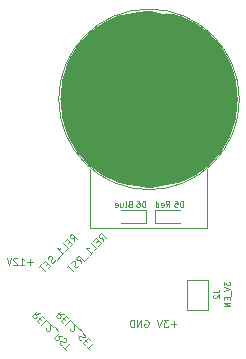
<source format=gbo>
G04 #@! TF.GenerationSoftware,KiCad,Pcbnew,5.1.4-e60b266~84~ubuntu18.04.1*
G04 #@! TF.CreationDate,2019-11-18T18:01:23+02:00*
G04 #@! TF.ProjectId,livolo_1_channel_1way_eu_switch,6c69766f-6c6f-45f3-915f-6368616e6e65,rev?*
G04 #@! TF.SameCoordinates,Original*
G04 #@! TF.FileFunction,Legend,Bot*
G04 #@! TF.FilePolarity,Positive*
%FSLAX46Y46*%
G04 Gerber Fmt 4.6, Leading zero omitted, Abs format (unit mm)*
G04 Created by KiCad (PCBNEW 5.1.4-e60b266~84~ubuntu18.04.1) date 2019-11-18 18:01:23*
%MOMM*%
%LPD*%
G04 APERTURE LIST*
%ADD10C,0.120000*%
%ADD11C,0.100000*%
%ADD12C,7.500000*%
%ADD13C,0.600000*%
%ADD14R,1.500000X1.000000*%
%ADD15R,1.000000X1.500000*%
%ADD16O,1.200000X1.600000*%
%ADD17C,1.500000*%
%ADD18R,0.600000X0.800000*%
%ADD19R,1.270000X0.970000*%
G04 APERTURE END LIST*
D10*
X144771428Y-111142857D02*
X144314285Y-111142857D01*
X144542857Y-111371428D02*
X144542857Y-110914285D01*
X144085714Y-110771428D02*
X143714285Y-110771428D01*
X143914285Y-111000000D01*
X143828571Y-111000000D01*
X143771428Y-111028571D01*
X143742857Y-111057142D01*
X143714285Y-111114285D01*
X143714285Y-111257142D01*
X143742857Y-111314285D01*
X143771428Y-111342857D01*
X143828571Y-111371428D01*
X144000000Y-111371428D01*
X144057142Y-111342857D01*
X144085714Y-111314285D01*
X143542857Y-110771428D02*
X143342857Y-111371428D01*
X143142857Y-110771428D01*
X136143502Y-104140355D02*
X136082893Y-103796903D01*
X136385939Y-103897918D02*
X135961675Y-103473654D01*
X135800051Y-103635278D01*
X135779847Y-103695887D01*
X135779847Y-103736294D01*
X135800051Y-103796903D01*
X135860660Y-103857512D01*
X135921269Y-103877715D01*
X135961675Y-103877715D01*
X136022284Y-103857512D01*
X136183908Y-103695887D01*
X135739441Y-104099948D02*
X135598020Y-104241370D01*
X135759644Y-104524213D02*
X135961675Y-104322182D01*
X135537411Y-103897918D01*
X135335380Y-104099948D01*
X135375786Y-104908071D02*
X135577817Y-104706040D01*
X135153553Y-104281776D01*
X135012132Y-105271725D02*
X135254568Y-105029289D01*
X135133350Y-105150507D02*
X134709086Y-104726243D01*
X134810101Y-104746446D01*
X134890913Y-104746446D01*
X134951522Y-104726243D01*
X134971725Y-105392944D02*
X134648477Y-105716193D01*
X134507055Y-105736396D02*
X134466649Y-105817208D01*
X134365634Y-105918223D01*
X134305025Y-105938426D01*
X134264619Y-105938426D01*
X134204009Y-105918223D01*
X134163603Y-105877817D01*
X134143400Y-105817208D01*
X134143400Y-105776802D01*
X134163603Y-105716193D01*
X134224213Y-105615177D01*
X134244416Y-105554568D01*
X134244416Y-105514162D01*
X134224213Y-105453553D01*
X134183806Y-105413147D01*
X134123197Y-105392944D01*
X134082791Y-105392944D01*
X134022182Y-105413147D01*
X133921167Y-105514162D01*
X133880761Y-105594974D01*
X133880761Y-105958629D02*
X133739339Y-106100051D01*
X133900964Y-106382893D02*
X134102994Y-106180863D01*
X133678730Y-105756599D01*
X133476700Y-105958629D01*
X133355481Y-106079847D02*
X133113045Y-106322284D01*
X133658527Y-106625330D02*
X133234263Y-106201066D01*
X138563705Y-104120152D02*
X138503096Y-103776700D01*
X138806142Y-103877715D02*
X138381878Y-103453451D01*
X138220254Y-103615075D01*
X138200051Y-103675684D01*
X138200051Y-103716091D01*
X138220254Y-103776700D01*
X138280863Y-103837309D01*
X138341472Y-103857512D01*
X138381878Y-103857512D01*
X138442487Y-103837309D01*
X138604112Y-103675684D01*
X138159644Y-104079745D02*
X138018223Y-104221167D01*
X138179847Y-104504009D02*
X138381878Y-104301979D01*
X137957614Y-103877715D01*
X137755583Y-104079745D01*
X137795990Y-104887867D02*
X137998020Y-104685837D01*
X137573756Y-104261573D01*
X137432335Y-105251522D02*
X137674771Y-105009086D01*
X137553553Y-105130304D02*
X137129289Y-104706040D01*
X137230304Y-104726243D01*
X137311116Y-104726243D01*
X137371725Y-104706040D01*
X137391928Y-105372741D02*
X137068680Y-105695990D01*
X136684822Y-105999035D02*
X136624213Y-105655583D01*
X136927258Y-105756599D02*
X136502994Y-105332335D01*
X136341370Y-105493959D01*
X136321167Y-105554568D01*
X136321167Y-105594974D01*
X136341370Y-105655583D01*
X136401979Y-105716193D01*
X136462588Y-105736396D01*
X136502994Y-105736396D01*
X136563603Y-105716193D01*
X136725228Y-105554568D01*
X136502994Y-106140457D02*
X136462588Y-106221269D01*
X136361573Y-106322284D01*
X136300964Y-106342487D01*
X136260558Y-106342487D01*
X136199948Y-106322284D01*
X136159542Y-106281878D01*
X136139339Y-106221269D01*
X136139339Y-106180863D01*
X136159542Y-106120254D01*
X136220152Y-106019238D01*
X136240355Y-105958629D01*
X136240355Y-105918223D01*
X136220152Y-105857614D01*
X136179745Y-105817208D01*
X136119136Y-105797005D01*
X136078730Y-105797005D01*
X136018121Y-105817208D01*
X135917106Y-105918223D01*
X135876700Y-105999035D01*
X135735278Y-106100051D02*
X135492842Y-106342487D01*
X136038324Y-106645533D02*
X135614060Y-106221269D01*
X135240355Y-110256497D02*
X134896903Y-110317106D01*
X134997918Y-110014060D02*
X134573654Y-110438324D01*
X134735278Y-110599948D01*
X134795887Y-110620152D01*
X134836294Y-110620152D01*
X134896903Y-110599948D01*
X134957512Y-110539339D01*
X134977715Y-110478730D01*
X134977715Y-110438324D01*
X134957512Y-110377715D01*
X134795887Y-110216091D01*
X135199948Y-110660558D02*
X135341370Y-110801979D01*
X135624213Y-110640355D02*
X135422182Y-110438324D01*
X134997918Y-110862588D01*
X135199948Y-111064619D01*
X136008071Y-111024213D02*
X135806040Y-110822182D01*
X135381776Y-111246446D01*
X135745431Y-111529289D02*
X135745431Y-111569695D01*
X135765634Y-111630304D01*
X135866649Y-111731319D01*
X135927258Y-111751522D01*
X135967664Y-111751522D01*
X136028274Y-111731319D01*
X136068680Y-111690913D01*
X136109086Y-111610101D01*
X136109086Y-111125228D01*
X136371725Y-111387867D01*
X136492944Y-111428274D02*
X136816193Y-111751522D01*
X136836396Y-111892944D02*
X136917208Y-111933350D01*
X137018223Y-112034365D01*
X137038426Y-112094974D01*
X137038426Y-112135380D01*
X137018223Y-112195990D01*
X136977817Y-112236396D01*
X136917208Y-112256599D01*
X136876802Y-112256599D01*
X136816193Y-112236396D01*
X136715177Y-112175786D01*
X136654568Y-112155583D01*
X136614162Y-112155583D01*
X136553553Y-112175786D01*
X136513147Y-112216193D01*
X136492944Y-112276802D01*
X136492944Y-112317208D01*
X136513147Y-112377817D01*
X136614162Y-112478832D01*
X136694974Y-112519238D01*
X137058629Y-112519238D02*
X137200051Y-112660660D01*
X137482893Y-112499035D02*
X137280863Y-112297005D01*
X136856599Y-112721269D01*
X137058629Y-112923299D01*
X137179847Y-113044518D02*
X137422284Y-113286954D01*
X137725330Y-112741472D02*
X137301066Y-113165736D01*
X133220152Y-110236294D02*
X132876700Y-110296903D01*
X132977715Y-109993857D02*
X132553451Y-110418121D01*
X132715075Y-110579745D01*
X132775684Y-110599948D01*
X132816091Y-110599948D01*
X132876700Y-110579745D01*
X132937309Y-110519136D01*
X132957512Y-110458527D01*
X132957512Y-110418121D01*
X132937309Y-110357512D01*
X132775684Y-110195887D01*
X133179745Y-110640355D02*
X133321167Y-110781776D01*
X133604009Y-110620152D02*
X133401979Y-110418121D01*
X132977715Y-110842385D01*
X133179745Y-111044416D01*
X133987867Y-111004009D02*
X133785837Y-110801979D01*
X133361573Y-111226243D01*
X133725228Y-111509086D02*
X133725228Y-111549492D01*
X133745431Y-111610101D01*
X133846446Y-111711116D01*
X133907055Y-111731319D01*
X133947461Y-111731319D01*
X134008071Y-111711116D01*
X134048477Y-111670710D01*
X134088883Y-111589898D01*
X134088883Y-111105025D01*
X134351522Y-111367664D01*
X134472741Y-111408071D02*
X134795990Y-111731319D01*
X135099035Y-112115177D02*
X134755583Y-112175786D01*
X134856599Y-111872741D02*
X134432335Y-112297005D01*
X134593959Y-112458629D01*
X134654568Y-112478832D01*
X134694974Y-112478832D01*
X134755583Y-112458629D01*
X134816193Y-112398020D01*
X134836396Y-112337411D01*
X134836396Y-112297005D01*
X134816193Y-112236396D01*
X134654568Y-112074771D01*
X135240457Y-112297005D02*
X135321269Y-112337411D01*
X135422284Y-112438426D01*
X135442487Y-112499035D01*
X135442487Y-112539441D01*
X135422284Y-112600051D01*
X135381878Y-112640457D01*
X135321269Y-112660660D01*
X135280863Y-112660660D01*
X135220254Y-112640457D01*
X135119238Y-112579847D01*
X135058629Y-112559644D01*
X135018223Y-112559644D01*
X134957614Y-112579847D01*
X134917208Y-112620254D01*
X134897005Y-112680863D01*
X134897005Y-112721269D01*
X134917208Y-112781878D01*
X135018223Y-112882893D01*
X135099035Y-112923299D01*
X135200051Y-113064721D02*
X135442487Y-113307157D01*
X135745533Y-112761675D02*
X135321269Y-113185939D01*
X142107142Y-110800000D02*
X142164285Y-110771428D01*
X142250000Y-110771428D01*
X142335714Y-110800000D01*
X142392857Y-110857142D01*
X142421428Y-110914285D01*
X142450000Y-111028571D01*
X142450000Y-111114285D01*
X142421428Y-111228571D01*
X142392857Y-111285714D01*
X142335714Y-111342857D01*
X142250000Y-111371428D01*
X142192857Y-111371428D01*
X142107142Y-111342857D01*
X142078571Y-111314285D01*
X142078571Y-111114285D01*
X142192857Y-111114285D01*
X141821428Y-111371428D02*
X141821428Y-110771428D01*
X141478571Y-111371428D01*
X141478571Y-110771428D01*
X141192857Y-111371428D02*
X141192857Y-110771428D01*
X141050000Y-110771428D01*
X140964285Y-110800000D01*
X140907142Y-110857142D01*
X140878571Y-110914285D01*
X140850000Y-111028571D01*
X140850000Y-111114285D01*
X140878571Y-111228571D01*
X140907142Y-111285714D01*
X140964285Y-111342857D01*
X141050000Y-111371428D01*
X141192857Y-111371428D01*
X132607142Y-105892857D02*
X132150000Y-105892857D01*
X132378571Y-106121428D02*
X132378571Y-105664285D01*
X131550000Y-106121428D02*
X131892857Y-106121428D01*
X131721428Y-106121428D02*
X131721428Y-105521428D01*
X131778571Y-105607142D01*
X131835714Y-105664285D01*
X131892857Y-105692857D01*
X131321428Y-105578571D02*
X131292857Y-105550000D01*
X131235714Y-105521428D01*
X131092857Y-105521428D01*
X131035714Y-105550000D01*
X131007142Y-105578571D01*
X130978571Y-105635714D01*
X130978571Y-105692857D01*
X131007142Y-105778571D01*
X131350000Y-106121428D01*
X130978571Y-106121428D01*
X130807142Y-105521428D02*
X130607142Y-106121428D01*
X130407142Y-105521428D01*
D11*
X150117148Y-92109512D02*
G75*
G03X150117148Y-92109512I-7647872J0D01*
G01*
X137495200Y-103030002D02*
X137495200Y-97974511D01*
X147395160Y-103030002D02*
X147395160Y-97974511D01*
X137499994Y-103032020D02*
X147390000Y-103032020D01*
D10*
X142950000Y-102600000D02*
X142950000Y-101500000D01*
X142950000Y-101500000D02*
X145050000Y-101500000D01*
X142950000Y-102600000D02*
X145050000Y-102600000D01*
X142200000Y-101500000D02*
X140100000Y-101500000D01*
X142200000Y-102600000D02*
X140100000Y-102600000D01*
X142200000Y-101500000D02*
X142200000Y-102600000D01*
D12*
X146212018Y-92094052D02*
G75*
G03X146212018Y-92094052I-3740382J0D01*
G01*
D10*
X147490000Y-107430000D02*
X145710000Y-107430000D01*
X145710000Y-109970000D02*
X147490000Y-109970000D01*
X145710000Y-109970000D02*
X145710000Y-107430000D01*
X147490000Y-107430000D02*
X147490000Y-109970000D01*
D11*
X145369047Y-101226190D02*
X145369047Y-100726190D01*
X145250000Y-100726190D01*
X145178571Y-100750000D01*
X145130952Y-100797619D01*
X145107142Y-100845238D01*
X145083333Y-100940476D01*
X145083333Y-101011904D01*
X145107142Y-101107142D01*
X145130952Y-101154761D01*
X145178571Y-101202380D01*
X145250000Y-101226190D01*
X145369047Y-101226190D01*
X144630952Y-100726190D02*
X144869047Y-100726190D01*
X144892857Y-100964285D01*
X144869047Y-100940476D01*
X144821428Y-100916666D01*
X144702380Y-100916666D01*
X144654761Y-100940476D01*
X144630952Y-100964285D01*
X144607142Y-101011904D01*
X144607142Y-101130952D01*
X144630952Y-101178571D01*
X144654761Y-101202380D01*
X144702380Y-101226190D01*
X144821428Y-101226190D01*
X144869047Y-101202380D01*
X144892857Y-101178571D01*
X143885714Y-101226190D02*
X144052380Y-100988095D01*
X144171428Y-101226190D02*
X144171428Y-100726190D01*
X143980952Y-100726190D01*
X143933333Y-100750000D01*
X143909523Y-100773809D01*
X143885714Y-100821428D01*
X143885714Y-100892857D01*
X143909523Y-100940476D01*
X143933333Y-100964285D01*
X143980952Y-100988095D01*
X144171428Y-100988095D01*
X143480952Y-101202380D02*
X143528571Y-101226190D01*
X143623809Y-101226190D01*
X143671428Y-101202380D01*
X143695238Y-101154761D01*
X143695238Y-100964285D01*
X143671428Y-100916666D01*
X143623809Y-100892857D01*
X143528571Y-100892857D01*
X143480952Y-100916666D01*
X143457142Y-100964285D01*
X143457142Y-101011904D01*
X143695238Y-101059523D01*
X143028571Y-101226190D02*
X143028571Y-100726190D01*
X143028571Y-101202380D02*
X143076190Y-101226190D01*
X143171428Y-101226190D01*
X143219047Y-101202380D01*
X143242857Y-101178571D01*
X143266666Y-101130952D01*
X143266666Y-100988095D01*
X143242857Y-100940476D01*
X143219047Y-100916666D01*
X143171428Y-100892857D01*
X143076190Y-100892857D01*
X143028571Y-100916666D01*
X142169047Y-101226190D02*
X142169047Y-100726190D01*
X142050000Y-100726190D01*
X141978571Y-100750000D01*
X141930952Y-100797619D01*
X141907142Y-100845238D01*
X141883333Y-100940476D01*
X141883333Y-101011904D01*
X141907142Y-101107142D01*
X141930952Y-101154761D01*
X141978571Y-101202380D01*
X142050000Y-101226190D01*
X142169047Y-101226190D01*
X141454761Y-100726190D02*
X141550000Y-100726190D01*
X141597619Y-100750000D01*
X141621428Y-100773809D01*
X141669047Y-100845238D01*
X141692857Y-100940476D01*
X141692857Y-101130952D01*
X141669047Y-101178571D01*
X141645238Y-101202380D01*
X141597619Y-101226190D01*
X141502380Y-101226190D01*
X141454761Y-101202380D01*
X141430952Y-101178571D01*
X141407142Y-101130952D01*
X141407142Y-101011904D01*
X141430952Y-100964285D01*
X141454761Y-100940476D01*
X141502380Y-100916666D01*
X141597619Y-100916666D01*
X141645238Y-100940476D01*
X141669047Y-100964285D01*
X141692857Y-101011904D01*
X140835714Y-100964285D02*
X140764285Y-100988095D01*
X140740476Y-101011904D01*
X140716666Y-101059523D01*
X140716666Y-101130952D01*
X140740476Y-101178571D01*
X140764285Y-101202380D01*
X140811904Y-101226190D01*
X141002380Y-101226190D01*
X141002380Y-100726190D01*
X140835714Y-100726190D01*
X140788095Y-100750000D01*
X140764285Y-100773809D01*
X140740476Y-100821428D01*
X140740476Y-100869047D01*
X140764285Y-100916666D01*
X140788095Y-100940476D01*
X140835714Y-100964285D01*
X141002380Y-100964285D01*
X140430952Y-101226190D02*
X140478571Y-101202380D01*
X140502380Y-101154761D01*
X140502380Y-100726190D01*
X140026190Y-100892857D02*
X140026190Y-101226190D01*
X140240476Y-100892857D02*
X140240476Y-101154761D01*
X140216666Y-101202380D01*
X140169047Y-101226190D01*
X140097619Y-101226190D01*
X140050000Y-101202380D01*
X140026190Y-101178571D01*
X139597619Y-101202380D02*
X139645238Y-101226190D01*
X139740476Y-101226190D01*
X139788095Y-101202380D01*
X139811904Y-101154761D01*
X139811904Y-100964285D01*
X139788095Y-100916666D01*
X139740476Y-100892857D01*
X139645238Y-100892857D01*
X139597619Y-100916666D01*
X139573809Y-100964285D01*
X139573809Y-101011904D01*
X139811904Y-101059523D01*
X147926190Y-108433333D02*
X148283333Y-108433333D01*
X148354761Y-108409523D01*
X148402380Y-108361904D01*
X148426190Y-108290476D01*
X148426190Y-108242857D01*
X147973809Y-108647619D02*
X147950000Y-108671428D01*
X147926190Y-108719047D01*
X147926190Y-108838095D01*
X147950000Y-108885714D01*
X147973809Y-108909523D01*
X148021428Y-108933333D01*
X148069047Y-108933333D01*
X148140476Y-108909523D01*
X148426190Y-108623809D01*
X148426190Y-108933333D01*
X148826190Y-107540476D02*
X148826190Y-107850000D01*
X149016666Y-107683333D01*
X149016666Y-107754761D01*
X149040476Y-107802380D01*
X149064285Y-107826190D01*
X149111904Y-107850000D01*
X149230952Y-107850000D01*
X149278571Y-107826190D01*
X149302380Y-107802380D01*
X149326190Y-107754761D01*
X149326190Y-107611904D01*
X149302380Y-107564285D01*
X149278571Y-107540476D01*
X148826190Y-107992857D02*
X149326190Y-108159523D01*
X148826190Y-108326190D01*
X149373809Y-108373809D02*
X149373809Y-108754761D01*
X149064285Y-108873809D02*
X149064285Y-109040476D01*
X149326190Y-109111904D02*
X149326190Y-108873809D01*
X148826190Y-108873809D01*
X148826190Y-109111904D01*
X149326190Y-109326190D02*
X148826190Y-109326190D01*
X149326190Y-109611904D01*
X148826190Y-109611904D01*
%LPC*%
D13*
X147690000Y-78730000D03*
X147690000Y-77460000D03*
X147690000Y-76190000D03*
X147690000Y-74920000D03*
X147690000Y-73650000D03*
X139660000Y-80600000D03*
X140930000Y-80600000D03*
X142200000Y-80600000D03*
X143470000Y-80600000D03*
X144740000Y-80600000D03*
X136590000Y-78730000D03*
X136590000Y-77460000D03*
X136590000Y-76190000D03*
X136590000Y-74920000D03*
D14*
X136640000Y-73650000D03*
X136640000Y-74920000D03*
X136640000Y-76190000D03*
X136640000Y-77460000D03*
X136640000Y-78730000D03*
D15*
X144740000Y-80550000D03*
X143470000Y-80550000D03*
X142200000Y-80550000D03*
X140930000Y-80550000D03*
X139660000Y-80550000D03*
D14*
X147740000Y-74920000D03*
X147740000Y-77460000D03*
X147740000Y-76190000D03*
X147740000Y-78730000D03*
X147740000Y-73650000D03*
D13*
X136590000Y-73650000D03*
D16*
X143650000Y-107550000D03*
X143650000Y-109550000D03*
X141650000Y-107550000D03*
X141650000Y-109550000D03*
X139650000Y-107550000D03*
X139650000Y-109550000D03*
X137650000Y-107550000D03*
X137650000Y-109550000D03*
X135650000Y-107550000D03*
X135650000Y-109550000D03*
X133650000Y-107550000D03*
X133650000Y-109550000D03*
X131650000Y-107550000D03*
X131650000Y-109550000D03*
D17*
X146600000Y-100800000D03*
X138400000Y-100800000D03*
D18*
X143400000Y-102050000D03*
X145100000Y-102050000D03*
X140050000Y-102050000D03*
X141750000Y-102050000D03*
D19*
X146600000Y-109340000D03*
X146600000Y-108060000D03*
M02*

</source>
